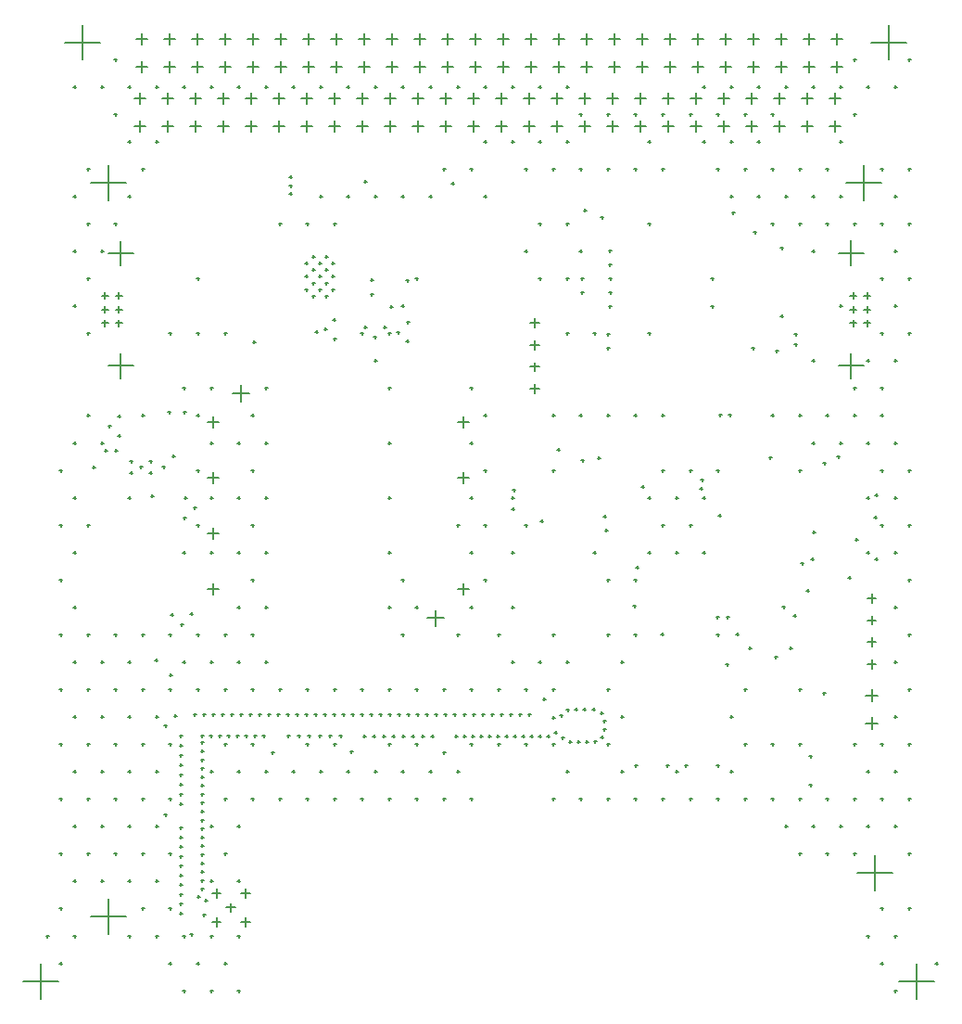
<source format=gbr>
%TF.GenerationSoftware,Altium Limited,Altium Designer,25.8.1 (18)*%
G04 Layer_Color=128*
%FSLAX45Y45*%
%MOMM*%
%TF.SameCoordinates,E40C52F6-B12D-486C-AAC2-1DB2447C0C70*%
%TF.FilePolarity,Positive*%
%TF.FileFunction,Drillmap*%
%TF.Part,Single*%
G01*
G75*
%TA.AperFunction,NonConductor*%
%ADD63C,0.12700*%
D63*
X4734701Y6217500D02*
X4814701D01*
X4774701Y6177500D02*
Y6257500D01*
X1825000Y748124D02*
X1904999D01*
X1865000Y708125D02*
Y788124D01*
X2090000Y748124D02*
X2170000D01*
X2130000Y708125D02*
Y788124D01*
X2090000Y1013125D02*
X2170000D01*
X2130000Y973125D02*
Y1053125D01*
X1825000Y1013125D02*
X1904999D01*
X1865000Y973125D02*
Y1053125D01*
X1784949Y4801800D02*
X1884949D01*
X1834949Y4751800D02*
Y4851800D01*
X7811319Y3505001D02*
X7891318D01*
X7851319Y3465001D02*
Y3545001D01*
X7811319Y3705001D02*
X7891318D01*
X7851319Y3665001D02*
Y3745001D01*
X7811319Y3305001D02*
X7891318D01*
X7851319Y3265001D02*
Y3345000D01*
X7811319Y3105000D02*
X7891318D01*
X7851319Y3065000D02*
Y3145000D01*
X4070949Y5309800D02*
X4170949D01*
X4120949Y5259800D02*
Y5359800D01*
X4070949Y3785800D02*
X4170949D01*
X4120949Y3735800D02*
Y3835800D01*
X4070949Y4801800D02*
X4170949D01*
X4120949Y4751800D02*
Y4851800D01*
X1784949Y5309800D02*
X1884949D01*
X1834949Y5259800D02*
Y5359800D01*
X1784949Y4293800D02*
X1884949D01*
X1834949Y4243800D02*
Y4343800D01*
X1784949Y3785800D02*
X1884949D01*
X1834949Y3735800D02*
Y3835800D01*
X3791949Y3522800D02*
X3941949D01*
X3866949Y3447800D02*
Y3597800D01*
X2013949Y5572800D02*
X2163949D01*
X2088949Y5497800D02*
Y5647800D01*
X880000Y5825204D02*
X1105000D01*
X992500Y5712704D02*
Y5937704D01*
X880000Y6855204D02*
X1105000D01*
X992500Y6742704D02*
Y6967704D01*
X942500Y6340204D02*
X1002500D01*
X972500Y6310204D02*
Y6370204D01*
X817500Y6465204D02*
X877500D01*
X847500Y6435204D02*
Y6495204D01*
X942500Y6465204D02*
X1002500D01*
X972500Y6435204D02*
Y6495204D01*
X817500Y6215204D02*
X877500D01*
X847500Y6185204D02*
Y6245204D01*
X942500Y6215204D02*
X1002500D01*
X972500Y6185204D02*
Y6245204D01*
X817500Y6340204D02*
X877500D01*
X847500Y6310204D02*
Y6370204D01*
X1957500Y880625D02*
X2037500D01*
X1997500Y840625D02*
Y920625D01*
X7796319Y2561901D02*
X7906318D01*
X7851319Y2506901D02*
Y2616901D01*
X7796319Y2815901D02*
X7906318D01*
X7851319Y2760901D02*
Y2870901D01*
X4734701Y5617500D02*
X4814701D01*
X4774701Y5577500D02*
Y5657500D01*
X4734701Y5817500D02*
X4814701D01*
X4774701Y5777500D02*
Y5857500D01*
X4734701Y6017500D02*
X4814701D01*
X4774701Y5977500D02*
Y6057500D01*
X7225401Y8813600D02*
X7327401D01*
X7276401Y8762600D02*
Y8864600D01*
X3656701Y8013500D02*
X3758701D01*
X3707701Y7962500D02*
Y8064500D01*
X3910701Y8013500D02*
X4012701D01*
X3961701Y7962500D02*
Y8064500D01*
X7653902Y6340900D02*
X7713902D01*
X7683902Y6310900D02*
Y6370900D01*
X7778902Y6340900D02*
X7838902D01*
X7808902Y6310900D02*
Y6370900D01*
X1637401Y8813600D02*
X1739401D01*
X1688401Y8762600D02*
Y8864600D01*
X1637401Y8559600D02*
X1739401D01*
X1688401Y8508600D02*
Y8610600D01*
X1891401Y8813600D02*
X1993401D01*
X1942401Y8762600D02*
Y8864600D01*
X1891401Y8559600D02*
X1993401D01*
X1942401Y8508600D02*
Y8610600D01*
X3161401Y8813600D02*
X3263401D01*
X3212401Y8762600D02*
Y8864600D01*
X3161401Y8559600D02*
X3263401D01*
X3212401Y8508600D02*
Y8610600D01*
X3415401Y8813600D02*
X3517401D01*
X3466401Y8762600D02*
Y8864600D01*
X3415401Y8559600D02*
X3517401D01*
X3466401Y8508600D02*
Y8610600D01*
X4685401Y8813600D02*
X4787401D01*
X4736401Y8762600D02*
Y8864600D01*
X4685401Y8559600D02*
X4787401D01*
X4736401Y8508600D02*
Y8610600D01*
X4939401Y8813600D02*
X5041401D01*
X4990401Y8762600D02*
Y8864600D01*
X4939401Y8559600D02*
X5041401D01*
X4990401Y8508600D02*
Y8610600D01*
X6209401Y8813600D02*
X6311401D01*
X6260401Y8762600D02*
Y8864600D01*
X6209401Y8559600D02*
X6311401D01*
X6260401Y8508600D02*
Y8610600D01*
X6463401Y8813600D02*
X6565401D01*
X6514401Y8762600D02*
Y8864600D01*
X6463401Y8559600D02*
X6565401D01*
X6514401Y8508600D02*
Y8610600D01*
X1624701Y8267500D02*
X1726701D01*
X1675701Y8216500D02*
Y8318500D01*
X1624701Y8013500D02*
X1726701D01*
X1675701Y7962500D02*
Y8064500D01*
X1878701Y8267500D02*
X1980701D01*
X1929701Y8216500D02*
Y8318500D01*
X1878701Y8013500D02*
X1980701D01*
X1929701Y7962500D02*
Y8064500D01*
X3148701Y8267500D02*
X3250701D01*
X3199701Y8216500D02*
Y8318500D01*
X3148701Y8013500D02*
X3250701D01*
X3199701Y7962500D02*
Y8064500D01*
X3402701Y8267500D02*
X3504701D01*
X3453701Y8216500D02*
Y8318500D01*
X3402701Y8013500D02*
X3504701D01*
X3453701Y7962500D02*
Y8064500D01*
X4672701Y8267500D02*
X4774701D01*
X4723701Y8216500D02*
Y8318500D01*
X4672701Y8013500D02*
X4774701D01*
X4723701Y7962500D02*
Y8064500D01*
X4926701Y8267500D02*
X5028701D01*
X4977701Y8216500D02*
Y8318500D01*
X4926701Y8013500D02*
X5028701D01*
X4977701Y7962500D02*
Y8064500D01*
X6196701Y8267500D02*
X6298701D01*
X6247701Y8216500D02*
Y8318500D01*
X6196701Y8013500D02*
X6298701D01*
X6247701Y7962500D02*
Y8064500D01*
X6450701Y8267500D02*
X6552701D01*
X6501701Y8216500D02*
Y8318500D01*
X6450701Y8013500D02*
X6552701D01*
X6501701Y7962500D02*
Y8064500D01*
X1129401Y8813600D02*
X1231401D01*
X1180401Y8762600D02*
Y8864600D01*
X1129401Y8559600D02*
X1231401D01*
X1180401Y8508600D02*
Y8610600D01*
X1383401Y8813600D02*
X1485401D01*
X1434401Y8762600D02*
Y8864600D01*
X1383401Y8559600D02*
X1485401D01*
X1434401Y8508600D02*
Y8610600D01*
X2145401Y8813600D02*
X2247401D01*
X2196401Y8762600D02*
Y8864600D01*
X2145401Y8559600D02*
X2247401D01*
X2196401Y8508600D02*
Y8610600D01*
X2399401Y8813600D02*
X2501401D01*
X2450401Y8762600D02*
Y8864600D01*
X2399401Y8559600D02*
X2501401D01*
X2450401Y8508600D02*
Y8610600D01*
X2653401Y8813600D02*
X2755401D01*
X2704401Y8762600D02*
Y8864600D01*
X2653401Y8559600D02*
X2755401D01*
X2704401Y8508600D02*
Y8610600D01*
X2907401Y8813600D02*
X3009401D01*
X2958401Y8762600D02*
Y8864600D01*
X2907401Y8559600D02*
X3009401D01*
X2958401Y8508600D02*
Y8610600D01*
X3669401Y8813600D02*
X3771401D01*
X3720401Y8762600D02*
Y8864600D01*
X3669401Y8559600D02*
X3771401D01*
X3720401Y8508600D02*
Y8610600D01*
X3923401Y8813600D02*
X4025401D01*
X3974401Y8762600D02*
Y8864600D01*
X3923401Y8559600D02*
X4025401D01*
X3974401Y8508600D02*
Y8610600D01*
X4177401Y8813600D02*
X4279401D01*
X4228401Y8762600D02*
Y8864600D01*
X4177401Y8559600D02*
X4279401D01*
X4228401Y8508600D02*
Y8610600D01*
X4431401Y8813600D02*
X4533401D01*
X4482401Y8762600D02*
Y8864600D01*
X4431401Y8559600D02*
X4533401D01*
X4482401Y8508600D02*
Y8610600D01*
X5193401Y8813600D02*
X5295401D01*
X5244401Y8762600D02*
Y8864600D01*
X5193401Y8559600D02*
X5295401D01*
X5244401Y8508600D02*
Y8610600D01*
X5447401Y8813600D02*
X5549401D01*
X5498401Y8762600D02*
Y8864600D01*
X5447401Y8559600D02*
X5549401D01*
X5498401Y8508600D02*
Y8610600D01*
X5701401Y8813600D02*
X5803401D01*
X5752401Y8762600D02*
Y8864600D01*
X5701401Y8559600D02*
X5803401D01*
X5752401Y8508600D02*
Y8610600D01*
X5955401Y8813600D02*
X6057401D01*
X6006401Y8762600D02*
Y8864600D01*
X5955401Y8559600D02*
X6057401D01*
X6006401Y8508600D02*
Y8610600D01*
X6717401Y8813600D02*
X6819401D01*
X6768401Y8762600D02*
Y8864600D01*
X6717401Y8559600D02*
X6819401D01*
X6768401Y8508600D02*
Y8610600D01*
X6971401Y8813600D02*
X7073401D01*
X7022401Y8762600D02*
Y8864600D01*
X6971401Y8559600D02*
X7073401D01*
X7022401Y8508600D02*
Y8610600D01*
X7225401Y8559600D02*
X7327401D01*
X7276401Y8508600D02*
Y8610600D01*
X7479401Y8813600D02*
X7581401D01*
X7530401Y8762600D02*
Y8864600D01*
X7479401Y8559600D02*
X7581401D01*
X7530401Y8508600D02*
Y8610600D01*
X7653902Y6465900D02*
X7713902D01*
X7683902Y6435900D02*
Y6495900D01*
X7653902Y6215900D02*
X7713902D01*
X7683902Y6185900D02*
Y6245900D01*
X7778902Y6465900D02*
X7838902D01*
X7808902Y6435900D02*
Y6495900D01*
X7778902Y6215900D02*
X7838902D01*
X7808902Y6185900D02*
Y6245900D01*
X7551402Y5825900D02*
X7776402D01*
X7663902Y5713400D02*
Y5938400D01*
X7551402Y6855900D02*
X7776402D01*
X7663902Y6743400D02*
Y6968400D01*
X1116701Y8267500D02*
X1218701D01*
X1167701Y8216500D02*
Y8318500D01*
X1116701Y8013500D02*
X1218701D01*
X1167701Y7962500D02*
Y8064500D01*
X1370701Y8267500D02*
X1472701D01*
X1421701Y8216500D02*
Y8318500D01*
X1370701Y8013500D02*
X1472701D01*
X1421701Y7962500D02*
Y8064500D01*
X2132701Y8267500D02*
X2234701D01*
X2183701Y8216500D02*
Y8318500D01*
X2132701Y8013500D02*
X2234701D01*
X2183701Y7962500D02*
Y8064500D01*
X2386701Y8267500D02*
X2488701D01*
X2437701Y8216500D02*
Y8318500D01*
X2386701Y8013500D02*
X2488701D01*
X2437701Y7962500D02*
Y8064500D01*
X2640701Y8267500D02*
X2742701D01*
X2691701Y8216500D02*
Y8318500D01*
X2640701Y8013500D02*
X2742701D01*
X2691701Y7962500D02*
Y8064500D01*
X2894701Y8267500D02*
X2996701D01*
X2945701Y8216500D02*
Y8318500D01*
X2894701Y8013500D02*
X2996701D01*
X2945701Y7962500D02*
Y8064500D01*
X3656701Y8267500D02*
X3758701D01*
X3707701Y8216500D02*
Y8318500D01*
X3910701Y8267500D02*
X4012701D01*
X3961701Y8216500D02*
Y8318500D01*
X4164701Y8267500D02*
X4266701D01*
X4215701Y8216500D02*
Y8318500D01*
X4164701Y8013500D02*
X4266701D01*
X4215701Y7962500D02*
Y8064500D01*
X4418701Y8267500D02*
X4520701D01*
X4469701Y8216500D02*
Y8318500D01*
X4418701Y8013500D02*
X4520701D01*
X4469701Y7962500D02*
Y8064500D01*
X5180701Y8267500D02*
X5282701D01*
X5231701Y8216500D02*
Y8318500D01*
X5180701Y8013500D02*
X5282701D01*
X5231701Y7962500D02*
Y8064500D01*
X5434701Y8267500D02*
X5536701D01*
X5485701Y8216500D02*
Y8318500D01*
X5434701Y8013500D02*
X5536701D01*
X5485701Y7962500D02*
Y8064500D01*
X5688701Y8267500D02*
X5790701D01*
X5739701Y8216500D02*
Y8318500D01*
X5688701Y8013500D02*
X5790701D01*
X5739701Y7962500D02*
Y8064500D01*
X5942701Y8267500D02*
X6044701D01*
X5993701Y8216500D02*
Y8318500D01*
X5942701Y8013500D02*
X6044701D01*
X5993701Y7962500D02*
Y8064500D01*
X6704701Y8267500D02*
X6806701D01*
X6755701Y8216500D02*
Y8318500D01*
X6704701Y8013500D02*
X6806701D01*
X6755701Y7962500D02*
Y8064500D01*
X6958701Y8267500D02*
X7060701D01*
X7009701Y8216500D02*
Y8318500D01*
X6958701Y8013500D02*
X7060701D01*
X7009701Y7962500D02*
Y8064500D01*
X7212701Y8267500D02*
X7314701D01*
X7263701Y8216500D02*
Y8318500D01*
X7212701Y8013500D02*
X7314701D01*
X7263701Y7962500D02*
Y8064500D01*
X7466701Y8267500D02*
X7568701D01*
X7517701Y8216500D02*
Y8318500D01*
X7466701Y8013500D02*
X7568701D01*
X7517701Y7962500D02*
Y8064500D01*
X103501Y207200D02*
X423501D01*
X263501Y47200D02*
Y367200D01*
X717500Y7499748D02*
X1037500D01*
X877500Y7339748D02*
Y7659748D01*
X717500Y800000D02*
X1037500D01*
X877500Y640000D02*
Y960000D01*
X484501Y8779700D02*
X804501D01*
X644501Y8619701D02*
Y8939700D01*
X7618149Y7499748D02*
X7938149D01*
X7778149Y7339748D02*
Y7659748D01*
X7723065Y1199878D02*
X8043065D01*
X7883065Y1039878D02*
Y1359878D01*
X8104200Y207100D02*
X8424200D01*
X8264200Y47100D02*
Y367100D01*
X7850501Y8779700D02*
X8170501D01*
X8010501Y8619701D02*
Y8939700D01*
X6611054Y3377868D02*
X6636454D01*
X6623754Y3365168D02*
Y3390568D01*
X6521773Y3534500D02*
X6547173D01*
X6534473Y3521800D02*
Y3547200D01*
X7034840Y3625280D02*
X7060240D01*
X7047540Y3612580D02*
Y3637980D01*
X433002Y872301D02*
X458402D01*
X445702Y859601D02*
Y885001D01*
X558002Y4622301D02*
X583402D01*
X570702Y4609601D02*
Y4635001D01*
X8058002Y4122301D02*
X8083402D01*
X8070702Y4109601D02*
Y4135001D01*
X4183002Y2372301D02*
X4208402D01*
X4195702Y2359601D02*
Y2385001D01*
X933002Y3372301D02*
X958402D01*
X945702Y3359601D02*
Y3385001D01*
X3683002Y2372301D02*
X3708402D01*
X3695702Y2359601D02*
Y2385001D01*
X8058002Y2622301D02*
X8083402D01*
X8070702Y2609601D02*
Y2635001D01*
X7683002Y1372301D02*
X7708402D01*
X7695702Y1359601D02*
Y1385001D01*
X2058002Y3122301D02*
X2083402D01*
X2070702Y3109601D02*
Y3135001D01*
X1433002Y372301D02*
X1458402D01*
X1445702Y359601D02*
Y385001D01*
X6058002Y4122301D02*
X6083402D01*
X6070702Y4109601D02*
Y4135001D01*
X1183002Y1872301D02*
X1208402D01*
X1195702Y1859601D02*
Y1885001D01*
X308002Y622301D02*
X333402D01*
X320702Y609601D02*
Y635001D01*
X5433002Y1872301D02*
X5458402D01*
X5445702Y1859601D02*
Y1885001D01*
X6058002Y4622301D02*
X6083402D01*
X6070702Y4609601D02*
Y4635001D01*
X2308002Y5122301D02*
X2333402D01*
X2320702Y5109601D02*
Y5135001D01*
X2183002Y4372301D02*
X2208402D01*
X2195702Y4359601D02*
Y4385001D01*
X5558002Y2622301D02*
X5583402D01*
X5570702Y2609601D02*
Y2635001D01*
X558002Y3122301D02*
X583402D01*
X570702Y3109601D02*
Y3135001D01*
X5683002Y3872301D02*
X5708402D01*
X5695702Y3859601D02*
Y3885001D01*
X1558002Y122301D02*
X1583402D01*
X1570702Y109601D02*
Y135001D01*
X5683002Y3372301D02*
X5708402D01*
X5695702Y3359601D02*
Y3385001D01*
X5433002Y2372301D02*
X5458402D01*
X5445702Y2359601D02*
Y2385001D01*
X1058002Y2122301D02*
X1083402D01*
X1070702Y2109601D02*
Y2135001D01*
X8183002Y3872301D02*
X8208402D01*
X8195702Y3859601D02*
Y3885001D01*
X7933002Y1872301D02*
X7958402D01*
X7945702Y1859601D02*
Y1885001D01*
X8183002Y1872301D02*
X8208402D01*
X8195702Y1859601D02*
Y1885001D01*
X7183002Y5372301D02*
X7208402D01*
X7195702Y5359601D02*
Y5385001D01*
X1933002Y3372301D02*
X1958402D01*
X1945702Y3359601D02*
Y3385001D01*
X2058002Y622301D02*
X2083402D01*
X2070702Y609601D02*
Y635001D01*
X3433002Y1872301D02*
X3458402D01*
X3445702Y1859601D02*
Y1885001D01*
X6183002Y4372301D02*
X6208402D01*
X6195702Y4359601D02*
Y4385001D01*
X2183002Y1872301D02*
X2208402D01*
X2195702Y1859601D02*
Y1885001D01*
X5933002Y1872301D02*
X5958402D01*
X5945702Y1859601D02*
Y1885001D01*
X1558002Y3122301D02*
X1583402D01*
X1570702Y3109601D02*
Y3135001D01*
X1808002Y2122301D02*
X1833402D01*
X1820702Y2109601D02*
Y2135001D01*
X7183002Y2372301D02*
X7208402D01*
X7195702Y2359601D02*
Y2385001D01*
X5808002Y6122301D02*
X5833402D01*
X5820702Y6109601D02*
Y6135001D01*
X1558002Y622301D02*
X1583402D01*
X1570702Y609601D02*
Y635001D01*
X1433002Y3372301D02*
X1458402D01*
X1445702Y3359601D02*
Y3385001D01*
X7183002Y1872301D02*
X7208402D01*
X7195702Y1859601D02*
Y1885001D01*
X1183002Y2372301D02*
X1208402D01*
X1195702Y2359601D02*
Y2385001D01*
X5808002Y4622301D02*
X5833402D01*
X5820702Y4609601D02*
Y4635001D01*
X5183002Y1872301D02*
X5208402D01*
X5195702Y1859601D02*
Y1885001D01*
X2808002Y2122301D02*
X2833402D01*
X2820702Y2109601D02*
Y2135001D01*
X1058002Y2622301D02*
X1083402D01*
X1070702Y2609601D02*
Y2635001D01*
X683002Y3372301D02*
X708402D01*
X695702Y3359601D02*
Y3385001D01*
X8433002Y372301D02*
X8458402D01*
X8445702Y359601D02*
Y385001D01*
X683002Y2372301D02*
X708402D01*
X695702Y2359601D02*
Y2385001D01*
X1183002Y872301D02*
X1208402D01*
X1195702Y859601D02*
Y885001D01*
X4558002Y3122301D02*
X4583402D01*
X4570702Y3109601D02*
Y3135001D01*
X808002Y2122301D02*
X833402D01*
X820702Y2109601D02*
Y2135001D01*
X5058002Y6622301D02*
X5083402D01*
X5070702Y6609601D02*
Y6635001D01*
X1808002Y5622301D02*
X1833402D01*
X1820702Y5609601D02*
Y5635001D01*
X558002Y5122301D02*
X583402D01*
X570702Y5109601D02*
Y5135001D01*
X1683002Y3372301D02*
X1708402D01*
X1695702Y3359601D02*
Y3385001D01*
X4058002Y2122301D02*
X4083402D01*
X4070702Y2109601D02*
Y2135001D01*
X7683002Y1872301D02*
X7708402D01*
X7695702Y1859601D02*
Y1885001D01*
X6683002Y1872301D02*
X6708402D01*
X6695702Y1859601D02*
Y1885001D01*
X7058002Y1622301D02*
X7083402D01*
X7070702Y1609601D02*
Y1635001D01*
X8058002Y622301D02*
X8083402D01*
X8070702Y609601D02*
Y635001D01*
X3308002Y2122301D02*
X3333402D01*
X3320702Y2109601D02*
Y2135001D01*
X2558002Y2122301D02*
X2583402D01*
X2570702Y2109601D02*
Y2135001D01*
X5433002Y3872301D02*
X5458402D01*
X5445702Y3859601D02*
Y3885001D01*
X5433002Y2872301D02*
X5458402D01*
X5445702Y2859601D02*
Y2885001D01*
X1183002Y1372301D02*
X1208402D01*
X1195702Y1359601D02*
Y1385001D01*
X808002Y3122301D02*
X833402D01*
X820702Y3109601D02*
Y3135001D01*
X2683002Y2372301D02*
X2708402D01*
X2695702Y2359601D02*
Y2385001D01*
X6558002Y2122301D02*
X6583402D01*
X6570702Y2109601D02*
Y2135001D01*
X3683002Y2872301D02*
X3708402D01*
X3695702Y2859601D02*
Y2885001D01*
X4808002Y3122301D02*
X4833402D01*
X4820702Y3109601D02*
Y3135001D01*
X7308002Y1622301D02*
X7333402D01*
X7320702Y1609601D02*
Y1635001D01*
X1933002Y1872301D02*
X1958402D01*
X1945702Y1859601D02*
Y1885001D01*
X8058002Y5122301D02*
X8083402D01*
X8070702Y5109601D02*
Y5135001D01*
X6058002Y2122301D02*
X6083402D01*
X6070702Y2109601D02*
Y2135001D01*
X2933002Y1872301D02*
X2958402D01*
X2945702Y1859601D02*
Y1885001D01*
X2308002Y3622301D02*
X2333402D01*
X2320702Y3609601D02*
Y3635001D01*
X7808002Y5122301D02*
X7833402D01*
X7820702Y5109601D02*
Y5135001D01*
X4183002Y1872301D02*
X4208402D01*
X4195702Y1859601D02*
Y1885001D01*
X1808002Y622301D02*
X1833402D01*
X1820702Y609601D02*
Y635001D01*
X933002Y1872301D02*
X958402D01*
X945702Y1859601D02*
Y1885001D01*
X558002Y622301D02*
X583402D01*
X570702Y609601D02*
Y635001D01*
X2308002Y4122301D02*
X2333402D01*
X2320702Y4109601D02*
Y4135001D01*
X8183002Y872301D02*
X8208402D01*
X8195702Y859601D02*
Y885001D01*
X2933002Y2872301D02*
X2958402D01*
X2945702Y2859601D02*
Y2885001D01*
X933002Y2872301D02*
X958402D01*
X945702Y2859601D02*
Y2885001D01*
X7933002Y872301D02*
X7958402D01*
X7945702Y859601D02*
Y885001D01*
X7683002Y5372301D02*
X7708402D01*
X7695702Y5359601D02*
Y5385001D01*
X7683002Y2372301D02*
X7708402D01*
X7695702Y2359601D02*
Y2385001D01*
X433002Y4872301D02*
X458402D01*
X445702Y4859601D02*
Y4885001D01*
X6308002Y4622301D02*
X6333402D01*
X6320702Y4609601D02*
Y4635001D01*
X6683002Y2872301D02*
X6708402D01*
X6695702Y2859601D02*
Y2885001D01*
X1433002Y2872301D02*
X1458402D01*
X1445702Y2859601D02*
Y2885001D01*
X558002Y2122301D02*
X583402D01*
X570702Y2109601D02*
Y2135001D01*
X3683002Y1872301D02*
X3708402D01*
X3695702Y1859601D02*
Y1885001D01*
X1058002Y1122301D02*
X1083402D01*
X1070702Y1109601D02*
Y1135001D01*
X558002Y3622301D02*
X583402D01*
X570702Y3609601D02*
Y3635001D01*
X7808002Y4622301D02*
X7833402D01*
X7820702Y4609601D02*
Y4635001D01*
X933002Y2372301D02*
X958402D01*
X945702Y2359601D02*
Y2385001D01*
X933002Y1372301D02*
X958402D01*
X945702Y1359601D02*
Y1385001D01*
X4433002Y3372301D02*
X4458402D01*
X4445702Y3359601D02*
Y3385001D01*
X1058002Y3122301D02*
X1083402D01*
X1070702Y3109601D02*
Y3135001D01*
X2183002Y5372301D02*
X2208402D01*
X2195702Y5359601D02*
Y5385001D01*
X5933002Y5372301D02*
X5958402D01*
X5945702Y5359601D02*
Y5385001D01*
X808002Y5122301D02*
X833402D01*
X820702Y5109601D02*
Y5135001D01*
X1808002Y122301D02*
X1833402D01*
X1820702Y109601D02*
Y135001D01*
X7183002Y2872301D02*
X7208402D01*
X7195702Y2859601D02*
Y2885001D01*
X8183002Y2872301D02*
X8208402D01*
X8195702Y2859601D02*
Y2885001D01*
X1183002Y2872301D02*
X1208402D01*
X1195702Y2859601D02*
Y2885001D01*
X2308002Y2122301D02*
X2333402D01*
X2320702Y2109601D02*
Y2135001D01*
X4933002Y2872301D02*
X4958402D01*
X4945702Y2859601D02*
Y2885001D01*
X7808002Y4122301D02*
X7833402D01*
X7820702Y4109601D02*
Y4135001D01*
X7933002Y4372301D02*
X7958402D01*
X7945702Y4359601D02*
Y4385001D01*
X4683002Y4372301D02*
X4708402D01*
X4695702Y4359601D02*
Y4385001D01*
X433002Y4372301D02*
X458402D01*
X445702Y4359601D02*
Y4385001D01*
X4933002Y5372301D02*
X4958402D01*
X4945702Y5359601D02*
Y5385001D01*
X2308002Y5622301D02*
X2333402D01*
X2320702Y5609601D02*
Y5635001D01*
X3058002Y2122301D02*
X3083402D01*
X3070702Y2109601D02*
Y2135001D01*
X7808002Y1622301D02*
X7833402D01*
X7820702Y1609601D02*
Y1635001D01*
X8183002Y2372301D02*
X8208402D01*
X8195702Y2359601D02*
Y2385001D01*
X1433002Y1872301D02*
X1458402D01*
X1445702Y1859601D02*
Y1885001D01*
X433002Y1372301D02*
X458402D01*
X445702Y1359601D02*
Y1385001D01*
X8058002Y3622301D02*
X8083402D01*
X8070702Y3609601D02*
Y3635001D01*
X1683002Y372301D02*
X1708402D01*
X1695702Y359601D02*
Y385001D01*
X5933002Y4372301D02*
X5958402D01*
X5945702Y4359601D02*
Y4385001D01*
X3933002Y2872301D02*
X3958402D01*
X3945702Y2859601D02*
Y2885001D01*
X4683002Y6872301D02*
X4708402D01*
X4695702Y6859601D02*
Y6885001D01*
X2058002Y5122301D02*
X2083402D01*
X2070702Y5109601D02*
Y5135001D01*
X1308002Y1122301D02*
X1333402D01*
X1320702Y1109601D02*
Y1135001D01*
X5058002Y3122301D02*
X5083402D01*
X5070702Y3109601D02*
Y3135001D01*
X8058002Y2122301D02*
X8083402D01*
X8070702Y2109601D02*
Y2135001D01*
X2183002Y3372301D02*
X2208402D01*
X2195702Y3359601D02*
Y3385001D01*
X1308002Y1622301D02*
X1333402D01*
X1320702Y1609601D02*
Y1635001D01*
X2433002Y1872301D02*
X2458402D01*
X2445702Y1859601D02*
Y1885001D01*
X558002Y2622301D02*
X583402D01*
X570702Y2609601D02*
Y2635001D01*
X4808002Y7122301D02*
X4833402D01*
X4820702Y7109601D02*
Y7135001D01*
X433002Y372301D02*
X458402D01*
X445702Y359601D02*
Y385001D01*
X2308002Y4622301D02*
X2333402D01*
X2320702Y4609601D02*
Y4635001D01*
X7808002Y2122301D02*
X7833402D01*
X7820702Y2109601D02*
Y2135001D01*
X3183002Y1872301D02*
X3208402D01*
X3195702Y1859601D02*
Y1885001D01*
X7183002Y1372301D02*
X7208402D01*
X7195702Y1359601D02*
Y1385001D01*
X1308002Y622301D02*
X1333402D01*
X1320702Y609601D02*
Y635001D01*
X6308002Y4122301D02*
X6333402D01*
X6320702Y4109601D02*
Y4135001D01*
X808002Y2622301D02*
X833402D01*
X820702Y2609601D02*
Y2635001D01*
X683002Y5372301D02*
X708402D01*
X695702Y5359601D02*
Y5385001D01*
X683002Y4372301D02*
X708402D01*
X695702Y4359601D02*
Y4385001D01*
X4933002Y2372301D02*
X4958402D01*
X4945702Y2359601D02*
Y2385001D01*
X1183002Y3372301D02*
X1208402D01*
X1195702Y3359601D02*
Y3385001D01*
X4933002Y3372301D02*
X4958402D01*
X4945702Y3359601D02*
Y3385001D01*
X3433002Y2372301D02*
X3458402D01*
X3445702Y2359601D02*
Y2385001D01*
X2058002Y122301D02*
X2083402D01*
X2070702Y109601D02*
Y135001D01*
X5308002Y6122301D02*
X5333402D01*
X5320702Y6109601D02*
Y6135001D01*
X6433002Y4872301D02*
X6458402D01*
X6445702Y4859601D02*
Y4885001D01*
X5308002Y4122301D02*
X5333402D01*
X5320702Y4109601D02*
Y4135001D01*
X4558002Y4622301D02*
X4583402D01*
X4570702Y4609601D02*
Y4635001D01*
X2933002Y2372301D02*
X2958402D01*
X2945702Y2359601D02*
Y2385001D01*
X1808002Y1622301D02*
X1833402D01*
X1820702Y1609601D02*
Y1635001D01*
X558002Y4122301D02*
X583402D01*
X570702Y4109601D02*
Y4135001D01*
X1308002Y2622301D02*
X1333402D01*
X1320702Y2609601D02*
Y2635001D01*
X7933002Y372301D02*
X7958402D01*
X7945702Y359601D02*
Y385001D01*
X4933002Y1872301D02*
X4958402D01*
X4945702Y1859601D02*
Y1885001D01*
X2058002Y2122301D02*
X2083402D01*
X2070702Y2109601D02*
Y2135001D01*
X8183002Y4372301D02*
X8208402D01*
X8195702Y4359601D02*
Y4385001D01*
X1558002Y5622301D02*
X1583402D01*
X1570702Y5609601D02*
Y5635001D01*
X7183002Y4872301D02*
X7208402D01*
X7195702Y4859601D02*
Y4885001D01*
X5558002Y3122301D02*
X5583402D01*
X5570702Y3109601D02*
Y3135001D01*
X6183002Y1872301D02*
X6208402D01*
X6195702Y1859601D02*
Y1885001D01*
X2058002Y4622301D02*
X2083402D01*
X2070702Y4609601D02*
Y4635001D01*
X2058002Y1622301D02*
X2083402D01*
X2070702Y1609601D02*
Y1635001D01*
X1933002Y372301D02*
X1958402D01*
X1945702Y359601D02*
Y385001D01*
X558002Y1122301D02*
X583402D01*
X570702Y1109601D02*
Y1135001D01*
X7933002Y4872301D02*
X7958402D01*
X7945702Y4859601D02*
Y4885001D01*
X1058002Y4622301D02*
X1083402D01*
X1070702Y4609601D02*
Y4635001D01*
X5808002Y4122301D02*
X5833402D01*
X5820702Y4109601D02*
Y4135001D01*
X5058002Y7122301D02*
X5083402D01*
X5070702Y7109601D02*
Y7135001D01*
X2183002Y2372301D02*
X2208402D01*
X2195702Y2359601D02*
Y2385001D01*
X5058002Y6122301D02*
X5083402D01*
X5070702Y6109601D02*
Y6135001D01*
X5058002Y2122301D02*
X5083402D01*
X5070702Y2109601D02*
Y2135001D01*
X1058002Y622301D02*
X1083402D01*
X1070702Y609601D02*
Y635001D01*
X1683002Y4372301D02*
X1708402D01*
X1695702Y4359601D02*
Y4385001D01*
X2433002Y2872301D02*
X2458402D01*
X2445702Y2859601D02*
Y2885001D01*
X5183002Y5372301D02*
X5208402D01*
X5195702Y5359601D02*
Y5385001D01*
X6933002Y5372301D02*
X6958402D01*
X6945702Y5359601D02*
Y5385001D01*
X1308002Y2122301D02*
X1333402D01*
X1320702Y2109601D02*
Y2135001D01*
X8058002Y3122301D02*
X8083402D01*
X8070702Y3109601D02*
Y3135001D01*
X1933002Y2872301D02*
X1958402D01*
X1945702Y2859601D02*
Y2885001D01*
X3933002Y1872301D02*
X3958402D01*
X3945702Y1859601D02*
Y1885001D01*
X2183002Y2872301D02*
X2208402D01*
X2195702Y2859601D02*
Y2885001D01*
X1808002Y4122301D02*
X1833402D01*
X1820702Y4109601D02*
Y4135001D01*
X1933002Y2372301D02*
X1958402D01*
X1945702Y2359601D02*
Y2385001D01*
X1433002Y1372301D02*
X1458402D01*
X1445702Y1359601D02*
Y1385001D01*
X2058002Y1122301D02*
X2083402D01*
X2070702Y1109601D02*
Y1135001D01*
X1433002Y872301D02*
X1458402D01*
X1445702Y859601D02*
Y885001D01*
X1683002Y2872301D02*
X1708402D01*
X1695702Y2859601D02*
Y2885001D01*
X4558002Y4122301D02*
X4583402D01*
X4570702Y4109601D02*
Y4135001D01*
X433002Y2872301D02*
X458402D01*
X445702Y2859601D02*
Y2885001D01*
X433002Y2372301D02*
X458402D01*
X445702Y2359601D02*
Y2385001D01*
X4808002Y6622301D02*
X4833402D01*
X4820702Y6609601D02*
Y6635001D01*
X4683002Y2872301D02*
X4708402D01*
X4695702Y2859601D02*
Y2885001D01*
X2058002Y4122301D02*
X2083402D01*
X2070702Y4109601D02*
Y4135001D01*
X7433002Y1372301D02*
X7458402D01*
X7445702Y1359601D02*
Y1385001D01*
X7933002Y2372301D02*
X7958402D01*
X7945702Y2359601D02*
Y2385001D01*
X1683002Y4872301D02*
X1708402D01*
X1695702Y4859601D02*
Y4885001D01*
X4183002Y2872301D02*
X4208402D01*
X4195702Y2859601D02*
Y2885001D01*
X7558002Y5122301D02*
X7583402D01*
X7570702Y5109601D02*
Y5135001D01*
X808002Y1622301D02*
X833402D01*
X820702Y1609601D02*
Y1635001D01*
X7308002Y5122301D02*
X7333402D01*
X7320702Y5109601D02*
Y5135001D01*
X3558002Y2122301D02*
X3583402D01*
X3570702Y2109601D02*
Y2135001D01*
X1808002Y5122301D02*
X1833402D01*
X1820702Y5109601D02*
Y5135001D01*
X4558002Y3622301D02*
X4583402D01*
X4570702Y3609601D02*
Y3635001D01*
X6183002Y4872301D02*
X6208402D01*
X6195702Y4859601D02*
Y4885001D01*
X5683002Y5372301D02*
X5708402D01*
X5695702Y5359601D02*
Y5385001D01*
X1808002Y3122301D02*
X1833402D01*
X1820702Y3109601D02*
Y3135001D01*
X5683002Y1872301D02*
X5708402D01*
X5695702Y1859601D02*
Y1885001D01*
X5183002Y6872301D02*
X5208402D01*
X5195702Y6859601D02*
Y6885001D01*
X6433002Y1872301D02*
X6458402D01*
X6445702Y1859601D02*
Y1885001D01*
X6433002Y3372301D02*
X6458402D01*
X6445702Y3359601D02*
Y3385001D01*
X8058002Y122301D02*
X8083402D01*
X8070702Y109601D02*
Y135001D01*
X5808002Y7122301D02*
X5833402D01*
X5820702Y7109601D02*
Y7135001D01*
X5433002Y3372301D02*
X5458402D01*
X5445702Y3359601D02*
Y3385001D01*
X6683002Y2372301D02*
X6708402D01*
X6695702Y2359601D02*
Y2385001D01*
X8183002Y1372301D02*
X8208402D01*
X8195702Y1359601D02*
Y1385001D01*
X1058002Y1622301D02*
X1083402D01*
X1070702Y1609601D02*
Y1635001D01*
X7558002Y1622301D02*
X7583402D01*
X7570702Y1609601D02*
Y1635001D01*
X2183002Y4872301D02*
X2208402D01*
X2195702Y4859601D02*
Y4885001D01*
X1433002Y2372301D02*
X1458402D01*
X1445702Y2359601D02*
Y2385001D01*
X6933002Y2372301D02*
X6958402D01*
X6945702Y2359601D02*
Y2385001D01*
X6933002Y1872301D02*
X6958402D01*
X6945702Y1859601D02*
Y1885001D01*
X683002Y2872301D02*
X708402D01*
X695702Y2859601D02*
Y2885001D01*
X3808002Y2122301D02*
X3833402D01*
X3820702Y2109601D02*
Y2135001D01*
X8183002Y4872301D02*
X8208402D01*
X8195702Y4859601D02*
Y4885001D01*
X2308002Y3122301D02*
X2333402D01*
X2320702Y3109601D02*
Y3135001D01*
X558002Y1622301D02*
X583402D01*
X570702Y1609601D02*
Y1635001D01*
X6558002Y2622301D02*
X6583402D01*
X6570702Y2609601D02*
Y2635001D01*
X8058002Y1622301D02*
X8083402D01*
X8070702Y1609601D02*
Y1635001D01*
X2058002Y3622301D02*
X2083402D01*
X2070702Y3609601D02*
Y3635001D01*
X7433002Y5372301D02*
X7458402D01*
X7445702Y5359601D02*
Y5385001D01*
X2183002Y3872301D02*
X2208402D01*
X2195702Y3859601D02*
Y3885001D01*
X1558002Y4122301D02*
X1583402D01*
X1570702Y4109601D02*
Y4135001D01*
X7433002Y1872301D02*
X7458402D01*
X7445702Y1859601D02*
Y1885001D01*
X7933002Y5372301D02*
X7958402D01*
X7945702Y5359601D02*
Y5385001D01*
X1808002Y1122301D02*
X1833402D01*
X1820702Y1109601D02*
Y1135001D01*
X1183002Y5372301D02*
X1208402D01*
X1195702Y5359601D02*
Y5385001D01*
X433002Y3372301D02*
X458402D01*
X445702Y3359601D02*
Y3385001D01*
X5433002Y5372301D02*
X5458402D01*
X5445702Y5359601D02*
Y5385001D01*
X4433002Y2872301D02*
X4458402D01*
X4445702Y2859601D02*
Y2885001D01*
X1933002Y1372301D02*
X1958402D01*
X1945702Y1359601D02*
Y1385001D01*
X4683002Y2372301D02*
X4708402D01*
X4695702Y2359601D02*
Y2385001D01*
X433002Y1872301D02*
X458402D01*
X445702Y1859601D02*
Y1885001D01*
X808002Y1122301D02*
X833402D01*
X820702Y1109601D02*
Y1135001D01*
X3183002Y2872301D02*
X3208402D01*
X3195702Y2859601D02*
Y2885001D01*
X2683002Y2872301D02*
X2708402D01*
X2695702Y2859601D02*
Y2885001D01*
X2683002Y1872301D02*
X2708402D01*
X2695702Y1859601D02*
Y1885001D01*
X8058002Y4622301D02*
X8083402D01*
X8070702Y4609601D02*
Y4635001D01*
X1683002Y5372301D02*
X1708402D01*
X1695702Y5359601D02*
Y5385001D01*
X4433002Y2372301D02*
X4458402D01*
X4445702Y2359601D02*
Y2385001D01*
X5558002Y2122301D02*
X5583402D01*
X5570702Y2109601D02*
Y2135001D01*
X433002Y3872301D02*
X458402D01*
X445702Y3859601D02*
Y3885001D01*
X1808002Y4622301D02*
X1833402D01*
X1820702Y4609601D02*
Y4635001D01*
X7808002Y622301D02*
X7833402D01*
X7820702Y609601D02*
Y635001D01*
X5933002Y4872301D02*
X5958402D01*
X5945702Y4859601D02*
Y4885001D01*
X683002Y1372301D02*
X708402D01*
X695702Y1359601D02*
Y1385001D01*
X3433002Y2872301D02*
X3458402D01*
X3445702Y2859601D02*
Y2885001D01*
X8183002Y3372301D02*
X8208402D01*
X8195702Y3359601D02*
Y3385001D01*
X4933002Y4872301D02*
X4958402D01*
X4945702Y4859601D02*
Y4885001D01*
X683002Y1872301D02*
X708402D01*
X695702Y1859601D02*
Y1885001D01*
X6455379Y5380511D02*
X6480779D01*
X6468079Y5367811D02*
Y5393211D01*
X5199503Y4964387D02*
X5224903D01*
X5212203Y4951687D02*
Y4977087D01*
X7407919Y4940069D02*
X7433319D01*
X7420619Y4927369D02*
Y4952769D01*
X7535638Y4995464D02*
X7561038D01*
X7548338Y4982764D02*
Y5008164D01*
X7699630Y4239323D02*
X7725030D01*
X7712330Y4226623D02*
Y4252023D01*
X7253906Y3775301D02*
X7279306D01*
X7266606Y3762601D02*
Y3788001D01*
X4565450Y4518112D02*
X4590850D01*
X4578150Y4505412D02*
Y4530812D01*
X4570450Y4693494D02*
X4595850D01*
X4583150Y4680794D02*
Y4706194D01*
X4977513Y5061101D02*
X5002913D01*
X4990213Y5048401D02*
Y5073801D01*
X7872536Y4443112D02*
X7897936D01*
X7885236Y4430412D02*
Y4455812D01*
X5431300Y5986926D02*
X5456700D01*
X5444000Y5974226D02*
Y5999626D01*
X5431300Y6113926D02*
X5456700D01*
X5444000Y6101226D02*
Y6126626D01*
X5192843Y6494926D02*
X5218243D01*
X5205543Y6482226D02*
Y6507626D01*
X5192843Y6621926D02*
X5218243D01*
X5205543Y6609226D02*
Y6634626D01*
X5377300Y7182383D02*
X5402700D01*
X5390000Y7169683D02*
Y7195083D01*
X5219001Y7247383D02*
X5244401D01*
X5231701Y7234683D02*
Y7260083D01*
X5447201Y6875926D02*
X5472601D01*
X5459901Y6863226D02*
Y6888626D01*
X4848455Y2782257D02*
X4873855D01*
X4861155Y2769557D02*
Y2794957D01*
X3931701Y2298343D02*
X3957101D01*
X3944401Y2285643D02*
Y2311043D01*
X3086700Y2303343D02*
X3112100D01*
X3099400Y2290643D02*
Y2316043D01*
X2365229Y2298343D02*
X2390629D01*
X2377929Y2285643D02*
Y2311043D01*
X1387244Y1727800D02*
X1412644D01*
X1399944Y1715100D02*
Y1740500D01*
X1626700Y636167D02*
X1652100D01*
X1639400Y623467D02*
Y648867D01*
X1626157Y3560800D02*
X1651557D01*
X1638857Y3548100D02*
Y3573500D01*
X1447243Y3555800D02*
X1472643D01*
X1459943Y3543100D02*
Y3568500D01*
X1536700Y3466344D02*
X1562100D01*
X1549400Y3453644D02*
Y3479044D01*
X1564200Y4440844D02*
X1589600D01*
X1576900Y4428144D02*
Y4453544D01*
X1653657Y4530300D02*
X1679057D01*
X1666357Y4517600D02*
Y4543000D01*
X1569200Y4619757D02*
X1594600D01*
X1581900Y4607057D02*
Y4632457D01*
X1372393Y4902400D02*
X1397793D01*
X1385093Y4889700D02*
Y4915100D01*
X1461850Y5000844D02*
X1487250D01*
X1474550Y4988144D02*
Y5013544D01*
X964201Y5188344D02*
X989601D01*
X976901Y5175644D02*
Y5201044D01*
X964201Y5367257D02*
X989601D01*
X976901Y5354557D02*
Y5379957D01*
X874744Y5277800D02*
X900144D01*
X887444Y5265100D02*
Y5290500D01*
X733939Y4899900D02*
X759339D01*
X746639Y4887200D02*
Y4912600D01*
X843951Y5054301D02*
X869351D01*
X856651Y5041601D02*
Y5067001D01*
X7281490Y1998343D02*
X7306890D01*
X7294190Y1985643D02*
Y2011043D01*
X6434979Y2177800D02*
X6460379D01*
X6447679Y2165100D02*
Y2190500D01*
X6143421Y2177800D02*
X6168821D01*
X6156121Y2165100D02*
Y2190500D01*
X5683421Y2177800D02*
X5708821D01*
X5696121Y2165100D02*
Y2190500D01*
X5974979Y2177800D02*
X6000379D01*
X5987679Y2165100D02*
Y2190500D01*
X7884630Y4648068D02*
X7910030D01*
X7897330Y4635368D02*
Y4660768D01*
X7884630Y4061499D02*
X7910030D01*
X7897330Y4048799D02*
Y4074199D01*
X7139200Y3545735D02*
X7164600D01*
X7151900Y3533035D02*
Y3558435D01*
X1724715Y1128920D02*
X1750115D01*
X1737415Y1116220D02*
Y1141620D01*
X1724715Y1050198D02*
X1750115D01*
X1737415Y1037498D02*
Y1062898D01*
X1690592Y979056D02*
X1715992D01*
X1703292Y966356D02*
Y991756D01*
X1758514Y944516D02*
X1783914D01*
X1771214Y931816D02*
Y957216D01*
X1738490Y816732D02*
X1763890D01*
X1751190Y804032D02*
Y829432D01*
X1526940Y828601D02*
X1552340D01*
X1539640Y815901D02*
Y841301D01*
X1526940Y915359D02*
X1552340D01*
X1539640Y902659D02*
Y928059D01*
X1526940Y1002116D02*
X1552340D01*
X1539640Y989416D02*
Y1014816D01*
X1526940Y1088873D02*
X1552340D01*
X1539640Y1076173D02*
Y1101573D01*
X1526940Y1175630D02*
X1552340D01*
X1539640Y1162930D02*
Y1188330D01*
X1724715Y1443810D02*
X1750115D01*
X1737415Y1431110D02*
Y1456510D01*
X1724715Y1365087D02*
X1750115D01*
X1737415Y1352387D02*
Y1377787D01*
X1724715Y1286365D02*
X1750115D01*
X1737415Y1273665D02*
Y1299065D01*
X1724715Y1207642D02*
X1750115D01*
X1737415Y1194942D02*
Y1220342D01*
X1526940Y1262388D02*
X1552340D01*
X1539640Y1249688D02*
Y1275088D01*
X1526940Y1349145D02*
X1552340D01*
X1539640Y1336445D02*
Y1361845D01*
X1526940Y1435902D02*
X1552340D01*
X1539640Y1423202D02*
Y1448602D01*
X1724715Y1994867D02*
X1750115D01*
X1737415Y1982167D02*
Y2007567D01*
X1724715Y1916145D02*
X1750115D01*
X1737415Y1903445D02*
Y1928845D01*
X1724715Y1837422D02*
X1750115D01*
X1737415Y1824722D02*
Y1850122D01*
X1724715Y1758700D02*
X1750115D01*
X1737415Y1746000D02*
Y1771400D01*
X1724715Y1679977D02*
X1750115D01*
X1737415Y1667277D02*
Y1692677D01*
X1724715Y1601255D02*
X1750115D01*
X1737415Y1588555D02*
Y1613955D01*
X1724715Y1522532D02*
X1750115D01*
X1737415Y1509832D02*
Y1535232D01*
X1526940Y1522659D02*
X1552340D01*
X1539640Y1509959D02*
Y1535359D01*
X1526940Y1609417D02*
X1552340D01*
X1539640Y1596717D02*
Y1622117D01*
X1526940Y1827041D02*
X1552340D01*
X1539640Y1814341D02*
Y1839741D01*
X1526940Y1916166D02*
X1552340D01*
X1539640Y1903466D02*
Y1928866D01*
X1526940Y2005290D02*
X1552340D01*
X1539640Y1992590D02*
Y2017990D01*
X1724715Y2309757D02*
X1750115D01*
X1737415Y2297057D02*
Y2322457D01*
X1724715Y2231035D02*
X1750115D01*
X1737415Y2218335D02*
Y2243735D01*
X1724715Y2152312D02*
X1750115D01*
X1737415Y2139612D02*
Y2165012D01*
X1724715Y2073590D02*
X1750115D01*
X1737415Y2060890D02*
Y2086290D01*
X1526940Y2094415D02*
X1552340D01*
X1539640Y2081715D02*
Y2107115D01*
X1526940Y2183540D02*
X1552340D01*
X1539640Y2170840D02*
Y2196240D01*
X1526940Y2272665D02*
X1552340D01*
X1539640Y2259965D02*
Y2285365D01*
X1655453Y2642488D02*
X1680853D01*
X1668153Y2629788D02*
Y2655188D01*
X1740338Y2642488D02*
X1765738D01*
X1753038Y2629788D02*
Y2655188D01*
X1825223Y2642488D02*
X1850623D01*
X1837923Y2629788D02*
Y2655188D01*
X1910108Y2642488D02*
X1935508D01*
X1922808Y2629788D02*
Y2655188D01*
X1805025Y2450613D02*
X1830425D01*
X1817725Y2437913D02*
Y2463313D01*
X1724715Y2450613D02*
X1750115D01*
X1737415Y2437913D02*
Y2463313D01*
X1724715Y2388480D02*
X1750115D01*
X1737415Y2375780D02*
Y2401180D01*
X1526940Y2361790D02*
X1552340D01*
X1539640Y2349090D02*
Y2374490D01*
X1526940Y2450914D02*
X1552340D01*
X1539640Y2438214D02*
Y2463614D01*
X1994992Y2642488D02*
X2020392D01*
X2007692Y2629788D02*
Y2655188D01*
X2079877Y2642488D02*
X2105277D01*
X2092577Y2629788D02*
Y2655188D01*
X2164762Y2642488D02*
X2190162D01*
X2177462Y2629788D02*
Y2655188D01*
X2126267Y2450613D02*
X2151667D01*
X2138967Y2437913D02*
Y2463313D01*
X2045957Y2450613D02*
X2071357D01*
X2058657Y2437913D02*
Y2463313D01*
X1965646Y2450613D02*
X1991046D01*
X1978346Y2437913D02*
Y2463313D01*
X1885336Y2450613D02*
X1910736D01*
X1898036Y2437913D02*
Y2463313D01*
X2419416Y2642488D02*
X2444816D01*
X2432116Y2629788D02*
Y2655188D01*
X2504301Y2642488D02*
X2529701D01*
X2517001Y2629788D02*
Y2655188D01*
X2589186Y2642488D02*
X2614586D01*
X2601886Y2629788D02*
Y2655188D01*
X2674071Y2642488D02*
X2699471D01*
X2686771Y2629788D02*
Y2655188D01*
X2605701Y2450886D02*
X2631101D01*
X2618401Y2438186D02*
Y2463586D01*
X2509914Y2450886D02*
X2535314D01*
X2522614Y2438186D02*
Y2463586D01*
X2286888Y2450613D02*
X2312288D01*
X2299588Y2437913D02*
Y2463313D01*
X2206578Y2450613D02*
X2231978D01*
X2219278Y2437913D02*
Y2463313D01*
X2249647Y2642488D02*
X2275047D01*
X2262347Y2629788D02*
Y2655188D01*
X2334532Y2642488D02*
X2359932D01*
X2347232Y2629788D02*
Y2655188D01*
X2758955Y2642488D02*
X2784355D01*
X2771655Y2629788D02*
Y2655188D01*
X2843840Y2642488D02*
X2869240D01*
X2856540Y2629788D02*
Y2655188D01*
X2928725Y2642488D02*
X2954125D01*
X2941425Y2629788D02*
Y2655188D01*
X2797276Y2450886D02*
X2822676D01*
X2809976Y2438186D02*
Y2463586D01*
X2701489Y2450886D02*
X2726889D01*
X2714189Y2438186D02*
Y2463586D01*
X3098494Y2642488D02*
X3123894D01*
X3111194Y2629788D02*
Y2655188D01*
X3183379Y2642488D02*
X3208779D01*
X3196079Y2629788D02*
Y2655188D01*
X3268264Y2642488D02*
X3293664D01*
X3280964Y2629788D02*
Y2655188D01*
X3353149Y2642488D02*
X3378549D01*
X3365849Y2629788D02*
Y2655188D01*
X3294677Y2443040D02*
X3320077D01*
X3307377Y2430340D02*
Y2455740D01*
X3206095Y2443040D02*
X3231495D01*
X3218795Y2430340D02*
Y2455740D01*
X2988851Y2450886D02*
X3014251D01*
X3001551Y2438186D02*
Y2463586D01*
X2893064Y2450886D02*
X2918464D01*
X2905764Y2438186D02*
Y2463586D01*
X3013610Y2642488D02*
X3039010D01*
X3026310Y2629788D02*
Y2655188D01*
X3607803Y2642488D02*
X3633203D01*
X3620503Y2629788D02*
Y2655188D01*
X3649007Y2443040D02*
X3674407D01*
X3661707Y2430340D02*
Y2455740D01*
X3560425Y2443040D02*
X3585825D01*
X3573125Y2430340D02*
Y2455740D01*
X3471842Y2443040D02*
X3497242D01*
X3484542Y2430340D02*
Y2455740D01*
X3383260Y2443040D02*
X3408660D01*
X3395960Y2430340D02*
Y2455740D01*
X3438034Y2642488D02*
X3463434D01*
X3450734Y2629788D02*
Y2655188D01*
X3522918Y2642488D02*
X3548318D01*
X3535618Y2629788D02*
Y2655188D01*
X3947342Y2642488D02*
X3972742D01*
X3960042Y2629788D02*
Y2655188D01*
X4032227Y2642488D02*
X4057627D01*
X4044927Y2629788D02*
Y2655188D01*
X4117112Y2642488D02*
X4142512D01*
X4129812Y2629788D02*
Y2655188D01*
X4201996Y2642488D02*
X4227396D01*
X4214696Y2629788D02*
Y2655188D01*
X4118533Y2443040D02*
X4143933D01*
X4131233Y2430340D02*
Y2455740D01*
X4041701Y2443040D02*
X4067101D01*
X4054401Y2430340D02*
Y2455740D01*
X3826172Y2443040D02*
X3851572D01*
X3838872Y2430340D02*
Y2455740D01*
X3737590Y2443040D02*
X3762990D01*
X3750290Y2430340D02*
Y2455740D01*
X3692688Y2642488D02*
X3718088D01*
X3705388Y2629788D02*
Y2655188D01*
X3777573Y2642488D02*
X3802973D01*
X3790273Y2629788D02*
Y2655188D01*
X3862457Y2642488D02*
X3887857D01*
X3875157Y2629788D02*
Y2655188D01*
X4456651Y2642488D02*
X4482051D01*
X4469351Y2629788D02*
Y2655188D01*
X4502691Y2443040D02*
X4528091D01*
X4515391Y2430340D02*
Y2455740D01*
X4425860Y2443040D02*
X4451260D01*
X4438560Y2430340D02*
Y2455740D01*
X4349028Y2443040D02*
X4374428D01*
X4361728Y2430340D02*
Y2455740D01*
X4272196Y2443040D02*
X4297596D01*
X4284896Y2430340D02*
Y2455740D01*
X4195364Y2443040D02*
X4220764D01*
X4208064Y2430340D02*
Y2455740D01*
X4286881Y2642488D02*
X4312281D01*
X4299581Y2629788D02*
Y2655188D01*
X4371766Y2642488D02*
X4397166D01*
X4384466Y2629788D02*
Y2655188D01*
X5301703Y2689531D02*
X5327103D01*
X5314403Y2676831D02*
Y2702231D01*
X5370521Y2656812D02*
X5395921D01*
X5383221Y2644112D02*
Y2669512D01*
X5396926Y2585333D02*
X5422326D01*
X5409626Y2572633D02*
Y2598033D01*
X5396926Y2509133D02*
X5422326D01*
X5409626Y2496433D02*
Y2521833D01*
X5376342Y2435766D02*
X5401742D01*
X5389042Y2423066D02*
Y2448466D01*
X5310818Y2396868D02*
X5336218D01*
X5323518Y2384168D02*
Y2409568D01*
X5234639Y2395074D02*
X5260039D01*
X5247339Y2382374D02*
Y2407774D01*
X5158439Y2395074D02*
X5183839D01*
X5171139Y2382374D02*
Y2407774D01*
X5082246Y2396070D02*
X5107646D01*
X5094946Y2383370D02*
Y2408770D01*
X5014916Y2431751D02*
X5040316D01*
X5027616Y2419051D02*
Y2444451D01*
X4955061Y2478908D02*
X4980461D01*
X4967761Y2466208D02*
Y2491608D01*
X4886850Y2443040D02*
X4912250D01*
X4899550Y2430340D02*
Y2455740D01*
X4810018Y2443040D02*
X4835418D01*
X4822718Y2430340D02*
Y2455740D01*
X4733186Y2443040D02*
X4758586D01*
X4745886Y2430340D02*
Y2455740D01*
X4656355Y2443040D02*
X4681755D01*
X4669055Y2430340D02*
Y2455740D01*
X4579523Y2443040D02*
X4604923D01*
X4592223Y2430340D02*
Y2455740D01*
X4541535Y2642488D02*
X4566935D01*
X4554235Y2629788D02*
Y2655188D01*
X4626420Y2642488D02*
X4651820D01*
X4639120Y2629788D02*
Y2655188D01*
X4711305Y2642488D02*
X4736705D01*
X4724005Y2629788D02*
Y2655188D01*
X4929986Y2614857D02*
X4955386D01*
X4942686Y2602157D02*
Y2627557D01*
X5003206Y2635957D02*
X5028606D01*
X5015906Y2623257D02*
Y2648657D01*
X5061396Y2685154D02*
X5086796D01*
X5074096Y2672454D02*
Y2697854D01*
X5137407Y2690526D02*
X5162807D01*
X5150107Y2677826D02*
Y2703226D01*
X5213607Y2690526D02*
X5239007D01*
X5226307Y2677826D02*
Y2703226D01*
X1387244Y2542800D02*
X1412644D01*
X1399944Y2530100D02*
Y2555500D01*
X1476700Y2632257D02*
X1502100D01*
X1489400Y2619557D02*
Y2644957D01*
X1254201Y4955300D02*
X1279601D01*
X1266901Y4942600D02*
Y4968000D01*
X1254201Y4850301D02*
X1279601D01*
X1266901Y4837601D02*
Y4863001D01*
X1074201Y4850301D02*
X1099601D01*
X1086901Y4837601D02*
Y4863001D01*
X1164201Y4902800D02*
X1189601D01*
X1176901Y4890100D02*
Y4915500D01*
X1074201Y4955300D02*
X1099601D01*
X1086901Y4942600D02*
Y4968000D01*
X7311389Y4307558D02*
X7336789D01*
X7324089Y4294858D02*
Y4320258D01*
X5926617Y3374686D02*
X5952017D01*
X5939317Y3361986D02*
Y3387386D01*
X6517379Y3099999D02*
X6542779D01*
X6530079Y3087299D02*
Y3112699D01*
X6961940Y3170001D02*
X6987340D01*
X6974640Y3157301D02*
Y3182701D01*
X5399700Y4453112D02*
X5425100D01*
X5412400Y4440412D02*
Y4465812D01*
X5697379Y3986697D02*
X5722779D01*
X5710079Y3973997D02*
Y3999397D01*
X6727379Y3247637D02*
X6752779D01*
X6740079Y3234937D02*
Y3260337D01*
X6282690Y4705897D02*
X6308090D01*
X6295390Y4693197D02*
Y4718597D01*
X6289200Y4785628D02*
X6314600D01*
X6301900Y4772928D02*
Y4798328D01*
X5412863Y4322801D02*
X5438263D01*
X5425563Y4310101D02*
Y4335501D01*
X7635846Y3891948D02*
X7661246D01*
X7648546Y3879248D02*
Y3904648D01*
X6912607Y4990945D02*
X6938007D01*
X6925307Y4978245D02*
Y5003645D01*
X7297490Y4061499D02*
X7322890D01*
X7310190Y4048799D02*
Y4074199D01*
X7204090Y4023907D02*
X7229490D01*
X7216790Y4011207D02*
Y4036607D01*
X2797248Y6642357D02*
X2822648D01*
X2809948Y6629657D02*
Y6655057D01*
X2857248Y6702357D02*
X2882648D01*
X2869948Y6689657D02*
Y6715057D01*
X2917248Y6762357D02*
X2942648D01*
X2929948Y6749657D02*
Y6775057D01*
X2857248Y6822357D02*
X2882648D01*
X2869948Y6809657D02*
Y6835057D01*
X2797248Y6762357D02*
X2822648D01*
X2809948Y6749657D02*
Y6775057D01*
X2737248Y6822357D02*
X2762648D01*
X2749948Y6809657D02*
Y6835057D01*
X2737248Y6702357D02*
X2762648D01*
X2749948Y6689657D02*
Y6715057D01*
X2677248Y6762357D02*
X2702648D01*
X2689948Y6749657D02*
Y6775057D01*
X2917248Y6642357D02*
X2942648D01*
X2929948Y6629657D02*
Y6655057D01*
X2857248Y6582357D02*
X2882648D01*
X2869948Y6569657D02*
Y6595057D01*
X2917248Y6522358D02*
X2942648D01*
X2929948Y6509658D02*
Y6535058D01*
X2857248Y6462358D02*
X2882648D01*
X2869948Y6449658D02*
Y6475058D01*
X2797248Y6522358D02*
X2822648D01*
X2809948Y6509658D02*
Y6535058D01*
X2737248Y6462358D02*
X2762648D01*
X2749948Y6449658D02*
Y6475058D01*
X2737248Y6582357D02*
X2762648D01*
X2749948Y6569657D02*
Y6595057D01*
X2677248Y6522358D02*
X2702648D01*
X2689948Y6509658D02*
Y6535058D01*
X2677248Y6642357D02*
X2702648D01*
X2689948Y6629657D02*
Y6655057D01*
X8183002Y8622301D02*
X8208402D01*
X8195702Y8609601D02*
Y8635001D01*
X8058002Y8372301D02*
X8083402D01*
X8070702Y8359601D02*
Y8385001D01*
X8183002Y7622301D02*
X8208402D01*
X8195702Y7609601D02*
Y7635001D01*
X8058002Y7372301D02*
X8083402D01*
X8070702Y7359601D02*
Y7385001D01*
X8183002Y7122301D02*
X8208402D01*
X8195702Y7109601D02*
Y7135001D01*
X8058002Y6872301D02*
X8083402D01*
X8070702Y6859601D02*
Y6885001D01*
X8183002Y6622301D02*
X8208402D01*
X8195702Y6609601D02*
Y6635001D01*
X8058002Y6372301D02*
X8083402D01*
X8070702Y6359601D02*
Y6385001D01*
X8183002Y6122301D02*
X8208402D01*
X8195702Y6109601D02*
Y6135001D01*
X8058002Y5872301D02*
X8083402D01*
X8070702Y5859601D02*
Y5885001D01*
X7808002Y8372301D02*
X7833402D01*
X7820702Y8359601D02*
Y8385001D01*
X7933002Y7622301D02*
X7958402D01*
X7945702Y7609601D02*
Y7635001D01*
X7933002Y7122301D02*
X7958402D01*
X7945702Y7109601D02*
Y7135001D01*
X7933002Y6622301D02*
X7958402D01*
X7945702Y6609601D02*
Y6635001D01*
X7933002Y6122301D02*
X7958402D01*
X7945702Y6109601D02*
Y6135001D01*
X7808002Y5872301D02*
X7833402D01*
X7820702Y5859601D02*
Y5885001D01*
X7933002Y5622301D02*
X7958402D01*
X7945702Y5609601D02*
Y5635001D01*
X7683002Y8622301D02*
X7708402D01*
X7695702Y8609601D02*
Y8635001D01*
X7558002Y8372301D02*
X7583402D01*
X7570702Y8359601D02*
Y8385001D01*
X7683002Y8122301D02*
X7708402D01*
X7695702Y8109601D02*
Y8135001D01*
X7558002Y7872301D02*
X7583402D01*
X7570702Y7859601D02*
Y7885001D01*
X7558002Y7372301D02*
X7583402D01*
X7570702Y7359601D02*
Y7385001D01*
X7683002Y7122301D02*
X7708402D01*
X7695702Y7109601D02*
Y7135001D01*
X7558002Y6372301D02*
X7583402D01*
X7570702Y6359601D02*
Y6385001D01*
X7683002Y5622301D02*
X7708402D01*
X7695702Y5609601D02*
Y5635001D01*
X7308002Y8372301D02*
X7333402D01*
X7320702Y8359601D02*
Y8385001D01*
X7433002Y7622301D02*
X7458402D01*
X7445702Y7609601D02*
Y7635001D01*
X7308002Y7372301D02*
X7333402D01*
X7320702Y7359601D02*
Y7385001D01*
X7433002Y7122301D02*
X7458402D01*
X7445702Y7109601D02*
Y7135001D01*
X7308002Y6872301D02*
X7333402D01*
X7320702Y6859601D02*
Y6885001D01*
X7308002Y5872301D02*
X7333402D01*
X7320702Y5859601D02*
Y5885001D01*
X7058002Y8372301D02*
X7083402D01*
X7070702Y8359601D02*
Y8385001D01*
X7183002Y7622301D02*
X7208402D01*
X7195702Y7609601D02*
Y7635001D01*
X7058002Y7372301D02*
X7083402D01*
X7070702Y7359601D02*
Y7385001D01*
X7183002Y7122301D02*
X7208402D01*
X7195702Y7109601D02*
Y7135001D01*
X6808002Y8372301D02*
X6833402D01*
X6820702Y8359601D02*
Y8385001D01*
X6933002Y8122301D02*
X6958402D01*
X6945702Y8109601D02*
Y8135001D01*
X6808002Y7872301D02*
X6833402D01*
X6820702Y7859601D02*
Y7885001D01*
X6933002Y7622301D02*
X6958402D01*
X6945702Y7609601D02*
Y7635001D01*
X6808002Y7372301D02*
X6833402D01*
X6820702Y7359601D02*
Y7385001D01*
X6933002Y7122301D02*
X6958402D01*
X6945702Y7109601D02*
Y7135001D01*
X6558002Y8372301D02*
X6583402D01*
X6570702Y8359601D02*
Y8385001D01*
X6683002Y8122301D02*
X6708402D01*
X6695702Y8109601D02*
Y8135001D01*
X6558002Y7872301D02*
X6583402D01*
X6570702Y7859601D02*
Y7885001D01*
X6683002Y7622301D02*
X6708402D01*
X6695702Y7609601D02*
Y7635001D01*
X6558002Y7372301D02*
X6583402D01*
X6570702Y7359601D02*
Y7385001D01*
X6308002Y8372301D02*
X6333402D01*
X6320702Y8359601D02*
Y8385001D01*
X6433002Y8122301D02*
X6458402D01*
X6445702Y8109601D02*
Y8135001D01*
X6308002Y7872301D02*
X6333402D01*
X6320702Y7859601D02*
Y7885001D01*
X6433002Y7622301D02*
X6458402D01*
X6445702Y7609601D02*
Y7635001D01*
X6183002Y8122301D02*
X6208402D01*
X6195702Y8109601D02*
Y8135001D01*
X5933002Y8122301D02*
X5958402D01*
X5945702Y8109601D02*
Y8135001D01*
X5808002Y7872301D02*
X5833402D01*
X5820702Y7859601D02*
Y7885001D01*
X5933002Y7622301D02*
X5958402D01*
X5945702Y7609601D02*
Y7635001D01*
X5683002Y8122301D02*
X5708402D01*
X5695702Y8109601D02*
Y8135001D01*
X5683002Y7622301D02*
X5708402D01*
X5695702Y7609601D02*
Y7635001D01*
X5433002Y8122301D02*
X5458402D01*
X5445702Y8109601D02*
Y8135001D01*
X5433002Y7622301D02*
X5458402D01*
X5445702Y7609601D02*
Y7635001D01*
X5058002Y8372301D02*
X5083402D01*
X5070702Y8359601D02*
Y8385001D01*
X5183002Y8122301D02*
X5208402D01*
X5195702Y8109601D02*
Y8135001D01*
X5058002Y7872301D02*
X5083402D01*
X5070702Y7859601D02*
Y7885001D01*
X5183002Y7622301D02*
X5208402D01*
X5195702Y7609601D02*
Y7635001D01*
X4808002Y8372301D02*
X4833402D01*
X4820702Y8359601D02*
Y8385001D01*
X4808002Y7872301D02*
X4833402D01*
X4820702Y7859601D02*
Y7885001D01*
X4933002Y7622301D02*
X4958402D01*
X4945702Y7609601D02*
Y7635001D01*
X4558002Y8372301D02*
X4583402D01*
X4570702Y8359601D02*
Y8385001D01*
X4558002Y7872301D02*
X4583402D01*
X4570702Y7859601D02*
Y7885001D01*
X4683002Y7622301D02*
X4708402D01*
X4695702Y7609601D02*
Y7635001D01*
X4308002Y8372301D02*
X4333402D01*
X4320702Y8359601D02*
Y8385001D01*
X4308002Y7872301D02*
X4333402D01*
X4320702Y7859601D02*
Y7885001D01*
X4308002Y7372301D02*
X4333402D01*
X4320702Y7359601D02*
Y7385001D01*
X4308002Y5372301D02*
X4333402D01*
X4320702Y5359601D02*
Y5385001D01*
X4308002Y4872301D02*
X4333402D01*
X4320702Y4859601D02*
Y4885001D01*
X4308002Y4372301D02*
X4333402D01*
X4320702Y4359601D02*
Y4385001D01*
X4308002Y3872301D02*
X4333402D01*
X4320702Y3859601D02*
Y3885001D01*
X4058002Y8372301D02*
X4083402D01*
X4070702Y8359601D02*
Y8385001D01*
X4183002Y7622301D02*
X4208402D01*
X4195702Y7609601D02*
Y7635001D01*
X4183002Y5622301D02*
X4208402D01*
X4195702Y5609601D02*
Y5635001D01*
X4183002Y5122301D02*
X4208402D01*
X4195702Y5109601D02*
Y5135001D01*
X4183002Y4622301D02*
X4208402D01*
X4195702Y4609601D02*
Y4635001D01*
X4058002Y4372301D02*
X4083402D01*
X4070702Y4359601D02*
Y4385001D01*
X4183002Y4122301D02*
X4208402D01*
X4195702Y4109601D02*
Y4135001D01*
X4183002Y3622301D02*
X4208402D01*
X4195702Y3609601D02*
Y3635001D01*
X4058002Y3372301D02*
X4083402D01*
X4070702Y3359601D02*
Y3385001D01*
X3808002Y8372301D02*
X3833402D01*
X3820702Y8359601D02*
Y8385001D01*
X3933002Y7622301D02*
X3958402D01*
X3945702Y7609601D02*
Y7635001D01*
X3808002Y7372301D02*
X3833402D01*
X3820702Y7359601D02*
Y7385001D01*
X3558002Y8372301D02*
X3583402D01*
X3570702Y8359601D02*
Y8385001D01*
X3558002Y7372301D02*
X3583402D01*
X3570702Y7359601D02*
Y7385001D01*
X3683002Y6622301D02*
X3708402D01*
X3695702Y6609601D02*
Y6635001D01*
X3558002Y6372301D02*
X3583402D01*
X3570702Y6359601D02*
Y6385001D01*
X3558002Y3872301D02*
X3583402D01*
X3570702Y3859601D02*
Y3885001D01*
X3683002Y3622301D02*
X3708402D01*
X3695702Y3609601D02*
Y3635001D01*
X3558002Y3372301D02*
X3583402D01*
X3570702Y3359601D02*
Y3385001D01*
X3308002Y8372301D02*
X3333402D01*
X3320702Y8359601D02*
Y8385001D01*
X3308002Y7372301D02*
X3333402D01*
X3320702Y7359601D02*
Y7385001D01*
X3433002Y6122301D02*
X3458402D01*
X3445702Y6109601D02*
Y6135001D01*
X3308002Y5872301D02*
X3333402D01*
X3320702Y5859601D02*
Y5885001D01*
X3433002Y5622301D02*
X3458402D01*
X3445702Y5609601D02*
Y5635001D01*
X3433002Y5122301D02*
X3458402D01*
X3445702Y5109601D02*
Y5135001D01*
X3433002Y4622301D02*
X3458402D01*
X3445702Y4609601D02*
Y4635001D01*
X3433002Y4122301D02*
X3458402D01*
X3445702Y4109601D02*
Y4135001D01*
X3433002Y3622301D02*
X3458402D01*
X3445702Y3609601D02*
Y3635001D01*
X3058002Y8372301D02*
X3083402D01*
X3070702Y8359601D02*
Y8385001D01*
X3058002Y7372301D02*
X3083402D01*
X3070702Y7359601D02*
Y7385001D01*
X3183002Y6122301D02*
X3208402D01*
X3195702Y6109601D02*
Y6135001D01*
X2808002Y8372301D02*
X2833402D01*
X2820702Y8359601D02*
Y8385001D01*
X2808002Y7372301D02*
X2833402D01*
X2820702Y7359601D02*
Y7385001D01*
X2933002Y7122301D02*
X2958402D01*
X2945702Y7109601D02*
Y7135001D01*
X2558002Y8372301D02*
X2583402D01*
X2570702Y8359601D02*
Y8385001D01*
X2683002Y7122301D02*
X2708402D01*
X2695702Y7109601D02*
Y7135001D01*
X2308002Y8372301D02*
X2333402D01*
X2320702Y8359601D02*
Y8385001D01*
X2433002Y7122301D02*
X2458402D01*
X2445702Y7109601D02*
Y7135001D01*
X2058002Y8372301D02*
X2083402D01*
X2070702Y8359601D02*
Y8385001D01*
X1808002Y8372301D02*
X1833402D01*
X1820702Y8359601D02*
Y8385001D01*
X1933002Y6122301D02*
X1958402D01*
X1945702Y6109601D02*
Y6135001D01*
X1558002Y8372301D02*
X1583402D01*
X1570702Y8359601D02*
Y8385001D01*
X1683002Y6622301D02*
X1708402D01*
X1695702Y6609601D02*
Y6635001D01*
X1683002Y6122301D02*
X1708402D01*
X1695702Y6109601D02*
Y6135001D01*
X1308002Y8372301D02*
X1333402D01*
X1320702Y8359601D02*
Y8385001D01*
X1308002Y7872301D02*
X1333402D01*
X1320702Y7859601D02*
Y7885001D01*
X1433002Y6122301D02*
X1458402D01*
X1445702Y6109601D02*
Y6135001D01*
X1058002Y8372301D02*
X1083402D01*
X1070702Y8359601D02*
Y8385001D01*
X1058002Y7872301D02*
X1083402D01*
X1070702Y7859601D02*
Y7885001D01*
X1183002Y7622301D02*
X1208402D01*
X1195702Y7609601D02*
Y7635001D01*
X1058002Y7372301D02*
X1083402D01*
X1070702Y7359601D02*
Y7385001D01*
X933002Y8622301D02*
X958402D01*
X945702Y8609601D02*
Y8635001D01*
X808002Y8372301D02*
X833402D01*
X820702Y8359601D02*
Y8385001D01*
X933002Y8122301D02*
X958402D01*
X945702Y8109601D02*
Y8135001D01*
X933002Y7122301D02*
X958402D01*
X945702Y7109601D02*
Y7135001D01*
X808002Y6872301D02*
X833402D01*
X820702Y6859601D02*
Y6885001D01*
X558002Y8372301D02*
X583402D01*
X570702Y8359601D02*
Y8385001D01*
X683002Y7622301D02*
X708402D01*
X695702Y7609601D02*
Y7635001D01*
X558002Y7372301D02*
X583402D01*
X570702Y7359601D02*
Y7385001D01*
X683002Y7122301D02*
X708402D01*
X695702Y7109601D02*
Y7135001D01*
X558002Y6872301D02*
X583402D01*
X570702Y6859601D02*
Y6885001D01*
X683002Y6622301D02*
X708402D01*
X695702Y6609601D02*
Y6635001D01*
X558002Y6372301D02*
X583402D01*
X570702Y6359601D02*
Y6385001D01*
X683002Y6122301D02*
X708402D01*
X695702Y6109601D02*
Y6135001D01*
X7402176Y2837800D02*
X7427576D01*
X7414876Y2825100D02*
Y2850500D01*
X6572779Y7222625D02*
X6598179D01*
X6585479Y7209925D02*
Y7235325D01*
X6385134Y6621926D02*
X6410534D01*
X6397834Y6609226D02*
Y6634626D01*
X6385134Y6367926D02*
X6410534D01*
X6397834Y6355226D02*
Y6380626D01*
X7146952Y6023926D02*
X7172352D01*
X7159652Y6011226D02*
Y6036626D01*
X6972524Y5963926D02*
X6997924D01*
X6985224Y5951226D02*
Y5976626D01*
X6757357Y5986926D02*
X6782757D01*
X6770057Y5974226D02*
Y5999626D01*
X4012596Y7492156D02*
X4037996D01*
X4025296Y7479456D02*
Y7504856D01*
X2930748Y6247987D02*
X2956148D01*
X2943448Y6235287D02*
Y6260687D01*
X3391393Y6179858D02*
X3416793D01*
X3404093Y6167158D02*
Y6192558D01*
X3303263Y6091728D02*
X3328663D01*
X3315963Y6079028D02*
Y6104428D01*
X3215134Y6179858D02*
X3240534D01*
X3227834Y6167158D02*
Y6192558D01*
X3513936Y6133781D02*
X3539336D01*
X3526636Y6121081D02*
Y6146481D01*
X3602066Y6226911D02*
X3627466D01*
X3614766Y6214211D02*
Y6239611D01*
X3597066Y6050652D02*
X3622466D01*
X3609766Y6037952D02*
Y6063352D01*
X3448498Y6365478D02*
X3473898D01*
X3461198Y6352778D02*
Y6378178D01*
X3599748Y6604228D02*
X3625148D01*
X3612448Y6591528D02*
Y6616928D01*
X3211619Y7508762D02*
X3237019D01*
X3224319Y7496062D02*
Y7521462D01*
X2530158Y7399556D02*
X2555558D01*
X2542858Y7386856D02*
Y7412256D01*
X2530158Y7467798D02*
X2555558D01*
X2542858Y7455098D02*
Y7480498D01*
X2530158Y7548762D02*
X2555558D01*
X2542858Y7536062D02*
Y7561462D01*
X2935748Y6071728D02*
X2961148D01*
X2948448Y6059028D02*
Y6084428D01*
X2847619Y6159858D02*
X2873019D01*
X2860319Y6147158D02*
Y6172558D01*
X2768278Y6134857D02*
X2793678D01*
X2780978Y6122157D02*
Y6147557D01*
X2197248Y6041728D02*
X2222648D01*
X2209948Y6029028D02*
Y6054428D01*
X3272778Y6479857D02*
X3298178D01*
X3285478Y6467157D02*
Y6492557D01*
X1302987Y3137500D02*
X1328387D01*
X1315687Y3124800D02*
Y3150200D01*
X1435487Y3005000D02*
X1460887D01*
X1448187Y2992300D02*
Y3017700D01*
X1564088Y5404688D02*
X1589488D01*
X1576788Y5391988D02*
Y5417388D01*
X1421307Y5404688D02*
X1446707D01*
X1434007Y5391988D02*
Y5417388D01*
X4827190Y4408093D02*
X4852590D01*
X4839890Y4395393D02*
Y4420793D01*
X5748112Y4722801D02*
X5773512D01*
X5760812Y4710101D02*
Y4735501D01*
X6453008Y4457801D02*
X6478408D01*
X6465708Y4445101D02*
Y4470501D01*
X7101170Y3247199D02*
X7126570D01*
X7113870Y3234499D02*
Y3259899D01*
X7281490Y2264300D02*
X7306890D01*
X7294190Y2251600D02*
Y2277000D01*
X5446308Y6748926D02*
X5471708D01*
X5459008Y6736226D02*
Y6761626D01*
X5446308Y6367926D02*
X5471708D01*
X5459008Y6355226D02*
Y6380626D01*
X5454231Y6621926D02*
X5479631D01*
X5466931Y6609226D02*
Y6634626D01*
X5454231Y6494926D02*
X5479631D01*
X5466931Y6482226D02*
Y6507626D01*
X6774200Y7047926D02*
X6799600D01*
X6786900Y7035226D02*
Y7060626D01*
X7018082Y6280426D02*
X7043482D01*
X7030782Y6267726D02*
Y6293126D01*
X7018082Y6902358D02*
X7043482D01*
X7030782Y6889658D02*
Y6915058D01*
X7146451Y6113926D02*
X7171851D01*
X7159151Y6101226D02*
Y6126626D01*
X6432379Y3531278D02*
X6457779D01*
X6445079Y3518578D02*
Y3543978D01*
X5673379Y3636279D02*
X5698779D01*
X5686079Y3623579D02*
Y3648979D01*
X5347300Y4986195D02*
X5372700D01*
X5360000Y4973495D02*
Y4998895D01*
X6545379Y5376861D02*
X6570779D01*
X6558079Y5364161D02*
Y5389561D01*
X1264201Y4639710D02*
X1289601D01*
X1276901Y4627010D02*
Y4652410D01*
X937300Y5052500D02*
X962700D01*
X950000Y5039800D02*
Y5065200D01*
X3272778Y6609857D02*
X3298178D01*
X3285478Y6597157D02*
Y6622557D01*
%TF.MD5,278bac0e80f58e7e260023e6776c086d*%
M02*

</source>
